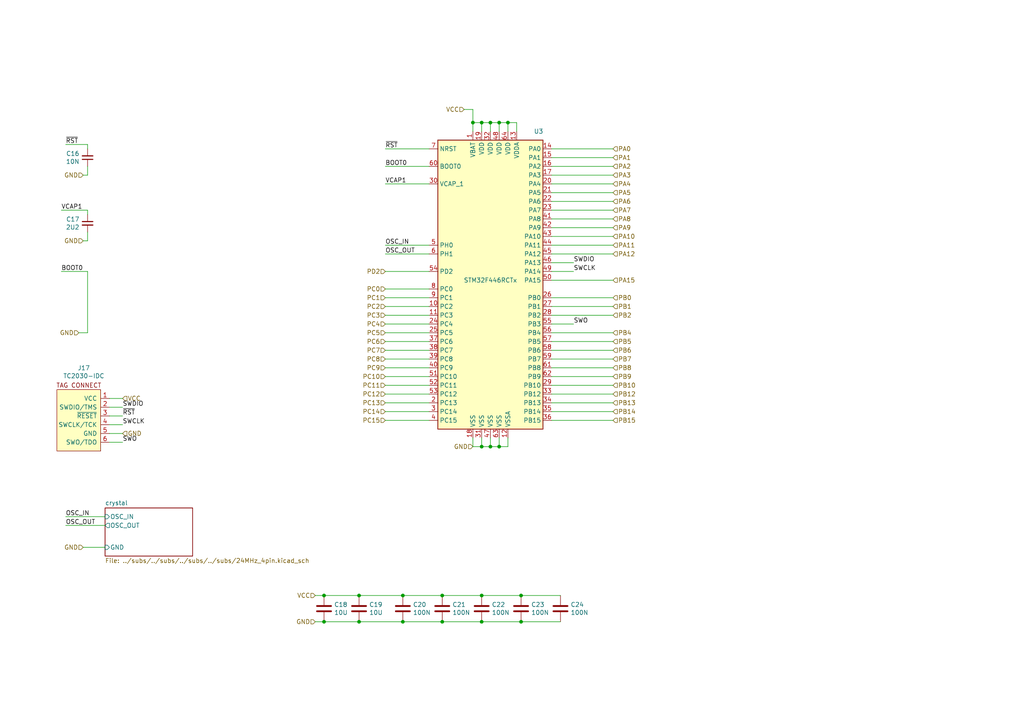
<source format=kicad_sch>
(kicad_sch (version 20211123) (generator eeschema)
  (paper "A4")
  (lib_symbols
    (symbol "Device:C" (pin_numbers hide) (pin_names (offset 0.254))
      (property "Reference" "C" (at 0.635 2.54 0))
      (property "Value" "C" (at 0.635 -2.54 0))
      (symbol "C_0_1"
        (polyline (pts (xy -2.032 -0.762) (xy 2.032 -0.762)) (stroke (width 0.508)))
        (polyline (pts (xy -2.032 0.762) (xy 2.032 0.762)) (stroke (width 0.508)))
      )
      (symbol "C_1_1"
        (pin passive line (at 0 3.81 270) (length 2.794) (name "~") (number "1"))
        (pin passive line (at 0 -3.81 90) (length 2.794) (name "~") (number "2"))
      )
    )
    (symbol "Device:C_Small" (pin_numbers hide) (pin_names (offset 0.254) hide)
      (property "Reference" "C" (at 0.254 1.778 0))
      (property "Value" "C_Small" (at 0.254 -2.032 0))
      (symbol "C_Small_0_1"
        (polyline (pts (xy -1.524 -0.508) (xy 1.524 -0.508)) (stroke (width 0.3302)))
        (polyline (pts (xy -1.524 0.508) (xy 1.524 0.508)) (stroke (width 0.3048)))
      )
      (symbol "C_Small_1_1"
        (pin passive line (at 0 2.54 270) (length 2.032) (name "~") (number "1"))
        (pin passive line (at 0 -2.54 90) (length 2.032) (name "~") (number "2"))
      )
    )
    (symbol "william_connectors:TC2030-IDC" (pin_names (offset 1.016))
      (property "Reference" "J" (at 10.16 -8.89 0))
      (property "Value" "TC2030-IDC" (at 1.27 -10.16 0))
      (symbol "TC2030-IDC_0_0"
        (text "TAG CONNECT" (at 1.27 10.16 0) (effects (font (size 1.27 1.27))))
      )
      (symbol "TC2030-IDC_0_1"
        (rectangle (start -5.08 -8.89) (end 7.62 8.89) (fill (type background)))
      )
      (symbol "TC2030-IDC_1_1"
        (pin power_in line (at -7.62 6.35 0) (length 2.54) (name "VCC") (number "1"))
        (pin bidirectional line (at -7.62 3.81 0) (length 2.54) (name "SWDIO/TMS") (number "2"))
        (pin output line (at -7.62 1.27 0) (length 2.54) (name "~{RESET}") (number "3"))
        (pin output line (at -7.62 -1.27 0) (length 2.54) (name "SWCLK/TCK") (number "4"))
        (pin power_in line (at -7.62 -3.81 0) (length 2.54) (name "GND") (number "5"))
        (pin input line (at -7.62 -6.35 0) (length 2.54) (name "SWO/TDO") (number "6"))
      )
    )
    (symbol "william_microcontrollers:STM32F446RCTx"
      (property "Reference" "U" (at -15.24 41.91 0))
      (property "Value" "STM32F446RCTx" (at 10.16 41.91 0))
      (symbol "STM32F446RCTx_0_1"
        (rectangle (start -15.24 -43.18) (end 15.24 40.64) (stroke (width 0.254)) (fill (type background)))
      )
      (symbol "STM32F446RCTx_1_1"
        (pin power_in line (at -5.08 43.18 270) (length 2.54) (name "VBAT") (number "1"))
        (pin tri_state line (at -17.78 -7.62 0) (length 2.54) (name "PC2") (number "10"))
        (pin tri_state line (at -17.78 -10.16 0) (length 2.54) (name "PC3") (number "11"))
        (pin power_in line (at 5.08 -45.72 90) (length 2.54) (name "VSSA") (number "12"))
        (pin power_in line (at 7.62 43.18 270) (length 2.54) (name "VDDA") (number "13"))
        (pin tri_state line (at 17.78 38.1 180) (length 2.54) (name "PA0") (number "14"))
        (pin tri_state line (at 17.78 35.56 180) (length 2.54) (name "PA1") (number "15"))
        (pin tri_state line (at 17.78 33.02 180) (length 2.54) (name "PA2") (number "16"))
        (pin tri_state line (at 17.78 30.48 180) (length 2.54) (name "PA3") (number "17"))
        (pin power_in line (at -5.08 -45.72 90) (length 2.54) (name "VSS") (number "18"))
        (pin power_in line (at -2.54 43.18 270) (length 2.54) (name "VDD") (number "19"))
        (pin tri_state line (at -17.78 -35.56 0) (length 2.54) (name "PC13") (number "2"))
        (pin tri_state line (at 17.78 27.94 180) (length 2.54) (name "PA4") (number "20"))
        (pin tri_state line (at 17.78 25.4 180) (length 2.54) (name "PA5") (number "21"))
        (pin tri_state line (at 17.78 22.86 180) (length 2.54) (name "PA6") (number "22"))
        (pin tri_state line (at 17.78 20.32 180) (length 2.54) (name "PA7") (number "23"))
        (pin tri_state line (at -17.78 -12.7 0) (length 2.54) (name "PC4") (number "24"))
        (pin tri_state line (at -17.78 -15.24 0) (length 2.54) (name "PC5") (number "25"))
        (pin tri_state line (at 17.78 -5.08 180) (length 2.54) (name "PB0") (number "26"))
        (pin tri_state line (at 17.78 -7.62 180) (length 2.54) (name "PB1") (number "27"))
        (pin tri_state line (at 17.78 -10.16 180) (length 2.54) (name "PB2") (number "28"))
        (pin tri_state line (at 17.78 -30.48 180) (length 2.54) (name "PB10") (number "29"))
        (pin tri_state line (at -17.78 -38.1 0) (length 2.54) (name "PC14") (number "3"))
        (pin power_out line (at -17.78 27.94 0) (length 2.54) (name "VCAP_1") (number "30"))
        (pin power_in line (at -2.54 -45.72 90) (length 2.54) (name "VSS") (number "31"))
        (pin power_in line (at 0 43.18 270) (length 2.54) (name "VDD") (number "32"))
        (pin tri_state line (at 17.78 -33.02 180) (length 2.54) (name "PB12") (number "33"))
        (pin tri_state line (at 17.78 -35.56 180) (length 2.54) (name "PB13") (number "34"))
        (pin tri_state line (at 17.78 -38.1 180) (length 2.54) (name "PB14") (number "35"))
        (pin tri_state line (at 17.78 -40.64 180) (length 2.54) (name "PB15") (number "36"))
        (pin tri_state line (at -17.78 -17.78 0) (length 2.54) (name "PC6") (number "37"))
        (pin tri_state line (at -17.78 -20.32 0) (length 2.54) (name "PC7") (number "38"))
        (pin tri_state line (at -17.78 -22.86 0) (length 2.54) (name "PC8") (number "39"))
        (pin tri_state line (at -17.78 -40.64 0) (length 2.54) (name "PC15") (number "4"))
        (pin tri_state line (at -17.78 -25.4 0) (length 2.54) (name "PC9") (number "40"))
        (pin tri_state line (at 17.78 17.78 180) (length 2.54) (name "PA8") (number "41"))
        (pin tri_state line (at 17.78 15.24 180) (length 2.54) (name "PA9") (number "42"))
        (pin tri_state line (at 17.78 12.7 180) (length 2.54) (name "PA10") (number "43"))
        (pin tri_state line (at 17.78 10.16 180) (length 2.54) (name "PA11") (number "44"))
        (pin tri_state line (at 17.78 7.62 180) (length 2.54) (name "PA12") (number "45"))
        (pin tri_state line (at 17.78 5.08 180) (length 2.54) (name "PA13") (number "46"))
        (pin power_in line (at 0 -45.72 90) (length 2.54) (name "VSS") (number "47"))
        (pin power_in line (at 2.54 43.18 270) (length 2.54) (name "VDD") (number "48"))
        (pin tri_state line (at 17.78 2.54 180) (length 2.54) (name "PA14") (number "49"))
        (pin tri_state line (at -17.78 10.16 0) (length 2.54) (name "PH0") (number "5"))
        (pin tri_state line (at 17.78 0 180) (length 2.54) (name "PA15") (number "50"))
        (pin tri_state line (at -17.78 -27.94 0) (length 2.54) (name "PC10") (number "51"))
        (pin tri_state line (at -17.78 -30.48 0) (length 2.54) (name "PC11") (number "52"))
        (pin tri_state line (at -17.78 -33.02 0) (length 2.54) (name "PC12") (number "53"))
        (pin tri_state line (at -17.78 2.54 0) (length 2.54) (name "PD2") (number "54"))
        (pin tri_state line (at 17.78 -12.7 180) (length 2.54) (name "PB3") (number "55"))
        (pin tri_state line (at 17.78 -15.24 180) (length 2.54) (name "PB4") (number "56"))
        (pin tri_state line (at 17.78 -17.78 180) (length 2.54) (name "PB5") (number "57"))
        (pin tri_state line (at 17.78 -20.32 180) (length 2.54) (name "PB6") (number "58"))
        (pin tri_state line (at 17.78 -22.86 180) (length 2.54) (name "PB7") (number "59"))
        (pin tri_state line (at -17.78 7.62 0) (length 2.54) (name "PH1") (number "6"))
        (pin input line (at -17.78 33.02 0) (length 2.54) (name "BOOT0") (number "60"))
        (pin passive line (at 17.78 -25.4 180) (length 2.54) (name "PB8") (number "61"))
        (pin tri_state line (at 17.78 -27.94 180) (length 2.54) (name "PB9") (number "62"))
        (pin power_in line (at 2.54 -45.72 90) (length 2.54) (name "VSS") (number "63"))
        (pin power_in line (at 5.08 43.18 270) (length 2.54) (name "VDD") (number "64"))
        (pin input line (at -17.78 38.1 0) (length 2.54) (name "NRST") (number "7"))
        (pin tri_state line (at -17.78 -2.54 0) (length 2.54) (name "PC0") (number "8"))
        (pin tri_state line (at -17.78 -5.08 0) (length 2.54) (name "PC1") (number "9"))
      )
    )
  )
  (junction (at 151.13 180.34))
  (junction (at 147.32 35.56))
  (junction (at 139.7 172.72))
  (junction (at 139.7 180.34))
  (junction (at 144.78 129.54))
  (junction (at 137.16 35.56))
  (junction (at 104.14 172.72))
  (junction (at 128.27 180.34))
  (junction (at 151.13 172.72))
  (junction (at 139.7 35.56))
  (junction (at 142.24 129.54))
  (junction (at 116.84 172.72))
  (junction (at 93.98 180.34))
  (junction (at 144.78 35.56))
  (junction (at 116.84 180.34))
  (junction (at 139.7 129.54))
  (junction (at 128.27 172.72))
  (junction (at 142.24 35.56))
  (junction (at 93.98 172.72))
  (junction (at 104.14 180.34))
  (wire (pts (xy 160.02 101.6) (xy 177.8 101.6)))
  (wire (pts (xy 139.7 180.34) (xy 151.13 180.34)))
  (wire (pts (xy 142.24 35.56) (xy 142.24 38.1)))
  (wire (pts (xy 91.44 172.72) (xy 93.98 172.72)))
  (wire (pts (xy 93.98 180.34) (xy 104.14 180.34)))
  (wire (pts (xy 24.13 50.8) (xy 25.4 50.8)))
  (wire (pts (xy 160.02 43.18) (xy 177.8 43.18)))
  (wire (pts (xy 24.13 158.75) (xy 30.48 158.75)))
  (wire (pts (xy 25.4 67.31) (xy 25.4 69.85)))
  (wire (pts (xy 160.02 121.92) (xy 177.8 121.92)))
  (wire (pts (xy 111.76 43.18) (xy 124.46 43.18)))
  (wire (pts (xy 160.02 58.42) (xy 177.8 58.42)))
  (wire (pts (xy 139.7 35.56) (xy 142.24 35.56)))
  (wire (pts (xy 144.78 35.56) (xy 144.78 38.1)))
  (wire (pts (xy 22.86 96.52) (xy 25.4 96.52)))
  (wire (pts (xy 147.32 35.56) (xy 147.32 38.1)))
  (wire (pts (xy 137.16 31.75) (xy 137.16 35.56)))
  (wire (pts (xy 111.76 106.68) (xy 124.46 106.68)))
  (wire (pts (xy 116.84 172.72) (xy 128.27 172.72)))
  (wire (pts (xy 93.98 172.72) (xy 104.14 172.72)))
  (wire (pts (xy 17.78 78.74) (xy 25.4 78.74)))
  (wire (pts (xy 144.78 129.54) (xy 147.32 129.54)))
  (wire (pts (xy 104.14 172.72) (xy 116.84 172.72)))
  (wire (pts (xy 124.46 88.9) (xy 111.76 88.9)))
  (wire (pts (xy 35.56 115.57) (xy 31.75 115.57)))
  (wire (pts (xy 111.76 109.22) (xy 124.46 109.22)))
  (wire (pts (xy 31.75 120.65) (xy 35.56 120.65)))
  (wire (pts (xy 116.84 180.34) (xy 128.27 180.34)))
  (wire (pts (xy 160.02 68.58) (xy 177.8 68.58)))
  (wire (pts (xy 139.7 172.72) (xy 151.13 172.72)))
  (wire (pts (xy 160.02 50.8) (xy 177.8 50.8)))
  (wire (pts (xy 124.46 96.52) (xy 111.76 96.52)))
  (wire (pts (xy 166.37 76.2) (xy 160.02 76.2)))
  (wire (pts (xy 151.13 172.72) (xy 162.56 172.72)))
  (wire (pts (xy 139.7 129.54) (xy 142.24 129.54)))
  (wire (pts (xy 111.76 86.36) (xy 124.46 86.36)))
  (wire (pts (xy 25.4 41.91) (xy 25.4 43.18)))
  (wire (pts (xy 144.78 35.56) (xy 147.32 35.56)))
  (wire (pts (xy 160.02 45.72) (xy 177.8 45.72)))
  (wire (pts (xy 160.02 86.36) (xy 177.8 86.36)))
  (wire (pts (xy 104.14 180.34) (xy 116.84 180.34)))
  (wire (pts (xy 160.02 73.66) (xy 177.8 73.66)))
  (wire (pts (xy 111.76 71.12) (xy 124.46 71.12)))
  (wire (pts (xy 111.76 93.98) (xy 124.46 93.98)))
  (wire (pts (xy 166.37 78.74) (xy 160.02 78.74)))
  (wire (pts (xy 111.76 53.34) (xy 124.46 53.34)))
  (wire (pts (xy 124.46 114.3) (xy 111.76 114.3)))
  (wire (pts (xy 177.8 81.28) (xy 160.02 81.28)))
  (wire (pts (xy 111.76 104.14) (xy 124.46 104.14)))
  (wire (pts (xy 160.02 119.38) (xy 177.8 119.38)))
  (wire (pts (xy 144.78 129.54) (xy 144.78 127)))
  (wire (pts (xy 139.7 129.54) (xy 139.7 127)))
  (wire (pts (xy 19.05 41.91) (xy 25.4 41.91)))
  (wire (pts (xy 24.13 69.85) (xy 25.4 69.85)))
  (wire (pts (xy 142.24 129.54) (xy 144.78 129.54)))
  (wire (pts (xy 35.56 128.27) (xy 31.75 128.27)))
  (wire (pts (xy 160.02 116.84) (xy 177.8 116.84)))
  (wire (pts (xy 139.7 35.56) (xy 139.7 38.1)))
  (wire (pts (xy 160.02 111.76) (xy 177.8 111.76)))
  (wire (pts (xy 25.4 50.8) (xy 25.4 48.26)))
  (wire (pts (xy 91.44 180.34) (xy 93.98 180.34)))
  (wire (pts (xy 160.02 71.12) (xy 177.8 71.12)))
  (wire (pts (xy 137.16 35.56) (xy 137.16 38.1)))
  (wire (pts (xy 111.76 116.84) (xy 124.46 116.84)))
  (wire (pts (xy 137.16 31.75) (xy 134.62 31.75)))
  (wire (pts (xy 147.32 35.56) (xy 149.86 35.56)))
  (wire (pts (xy 31.75 118.11) (xy 35.56 118.11)))
  (wire (pts (xy 111.76 119.38) (xy 124.46 119.38)))
  (wire (pts (xy 147.32 129.54) (xy 147.32 127)))
  (wire (pts (xy 142.24 129.54) (xy 142.24 127)))
  (wire (pts (xy 177.8 106.68) (xy 160.02 106.68)))
  (wire (pts (xy 137.16 127) (xy 137.16 129.54)))
  (wire (pts (xy 124.46 73.66) (xy 111.76 73.66)))
  (wire (pts (xy 177.8 114.3) (xy 160.02 114.3)))
  (wire (pts (xy 160.02 66.04) (xy 177.8 66.04)))
  (wire (pts (xy 35.56 123.19) (xy 31.75 123.19)))
  (wire (pts (xy 111.76 83.82) (xy 124.46 83.82)))
  (wire (pts (xy 177.8 109.22) (xy 160.02 109.22)))
  (wire (pts (xy 111.76 99.06) (xy 124.46 99.06)))
  (wire (pts (xy 160.02 63.5) (xy 177.8 63.5)))
  (wire (pts (xy 25.4 60.96) (xy 17.78 60.96)))
  (wire (pts (xy 19.05 152.4) (xy 30.48 152.4)))
  (wire (pts (xy 142.24 35.56) (xy 144.78 35.56)))
  (wire (pts (xy 19.05 149.86) (xy 30.48 149.86)))
  (wire (pts (xy 149.86 35.56) (xy 149.86 38.1)))
  (wire (pts (xy 25.4 62.23) (xy 25.4 60.96)))
  (wire (pts (xy 111.76 111.76) (xy 124.46 111.76)))
  (wire (pts (xy 151.13 180.34) (xy 162.56 180.34)))
  (wire (pts (xy 160.02 91.44) (xy 177.8 91.44)))
  (wire (pts (xy 111.76 48.26) (xy 124.46 48.26)))
  (wire (pts (xy 177.8 96.52) (xy 160.02 96.52)))
  (wire (pts (xy 111.76 101.6) (xy 124.46 101.6)))
  (wire (pts (xy 160.02 48.26) (xy 177.8 48.26)))
  (wire (pts (xy 166.37 93.98) (xy 160.02 93.98)))
  (wire (pts (xy 160.02 53.34) (xy 177.8 53.34)))
  (wire (pts (xy 111.76 78.74) (xy 124.46 78.74)))
  (wire (pts (xy 139.7 35.56) (xy 137.16 35.56)))
  (wire (pts (xy 124.46 121.92) (xy 111.76 121.92)))
  (wire (pts (xy 111.76 91.44) (xy 124.46 91.44)))
  (wire (pts (xy 160.02 60.96) (xy 177.8 60.96)))
  (wire (pts (xy 160.02 99.06) (xy 177.8 99.06)))
  (wire (pts (xy 160.02 88.9) (xy 177.8 88.9)))
  (wire (pts (xy 128.27 172.72) (xy 139.7 172.72)))
  (wire (pts (xy 160.02 55.88) (xy 177.8 55.88)))
  (wire (pts (xy 25.4 78.74) (xy 25.4 96.52)))
  (wire (pts (xy 31.75 125.73) (xy 35.56 125.73)))
  (wire (pts (xy 137.16 129.54) (xy 139.7 129.54)))
  (wire (pts (xy 160.02 104.14) (xy 177.8 104.14)))
  (wire (pts (xy 128.27 180.34) (xy 139.7 180.34)))
  (label "SWDIO" (at 166.37 76.2 0))
  (label "~{RST}" (at 35.56 120.65 0))
  (label "BOOT0" (at 17.78 78.74 0))
  (label "SWCLK" (at 35.56 123.19 0))
  (label "OSC_IN" (at 19.05 149.86 0))
  (label "~{RST}" (at 19.05 41.91 0))
  (label "SWO" (at 166.37 93.98 0))
  (label "SWDIO" (at 35.56 118.11 0))
  (label "SWCLK" (at 166.37 78.74 0))
  (label "OSC_IN" (at 111.76 71.12 0))
  (label "~{RST}" (at 111.76 43.18 0))
  (label "VCAP1" (at 17.78 60.96 0))
  (label "SWO" (at 35.56 128.27 0))
  (label "OSC_OUT" (at 111.76 73.66 0))
  (label "OSC_OUT" (at 19.05 152.4 0))
  (label "VCAP1" (at 111.76 53.34 0))
  (label "BOOT0" (at 111.76 48.26 0))
  (hierarchical_label "GND" (shape input) (at 24.13 158.75 180))
  (hierarchical_label "PA6" (shape input) (at 177.8 58.42 0))
  (hierarchical_label "PB15" (shape input) (at 177.8 121.92 0))
  (hierarchical_label "PC5" (shape input) (at 111.76 96.52 180))
  (hierarchical_label "PA5" (shape input) (at 177.8 55.88 0))
  (hierarchical_label "PB9" (shape input) (at 177.8 109.22 0))
  (hierarchical_label "PC2" (shape input) (at 111.76 88.9 180))
  (hierarchical_label "PB4" (shape input) (at 177.8 96.52 0))
  (hierarchical_label "PA9" (shape input) (at 177.8 66.04 0))
  (hierarchical_label "PC15" (shape input) (at 111.76 121.92 180))
  (hierarchical_label "PB0" (shape input) (at 177.8 86.36 0))
  (hierarchical_label "PC7" (shape input) (at 111.76 101.6 180))
  (hierarchical_label "GND" (shape input) (at 24.13 69.85 180))
  (hierarchical_label "PB2" (shape input) (at 177.8 91.44 0))
  (hierarchical_label "VCC" (shape input) (at 134.62 31.75 180))
  (hierarchical_label "PC13" (shape input) (at 111.76 116.84 180))
  (hierarchical_label "PC0" (shape input) (at 111.76 83.82 180))
  (hierarchical_label "GND" (shape input) (at 91.44 180.34 180))
  (hierarchical_label "PA4" (shape input) (at 177.8 53.34 0))
  (hierarchical_label "PD2" (shape input) (at 111.76 78.74 180))
  (hierarchical_label "PB6" (shape input) (at 177.8 101.6 0))
  (hierarchical_label "GND" (shape input) (at 137.16 129.54 180))
  (hierarchical_label "PC12" (shape input) (at 111.76 114.3 180))
  (hierarchical_label "GND" (shape input) (at 35.56 125.73 0))
  (hierarchical_label "PA7" (shape input) (at 177.8 60.96 0))
  (hierarchical_label "VCC" (shape input) (at 35.56 115.57 0))
  (hierarchical_label "PA15" (shape input) (at 177.8 81.28 0))
  (hierarchical_label "VCC" (shape input) (at 91.44 172.72 180))
  (hierarchical_label "PC3" (shape input) (at 111.76 91.44 180))
  (hierarchical_label "PC8" (shape input) (at 111.76 104.14 180))
  (hierarchical_label "PA3" (shape input) (at 177.8 50.8 0))
  (hierarchical_label "PA8" (shape input) (at 177.8 63.5 0))
  (hierarchical_label "PC1" (shape input) (at 111.76 86.36 180))
  (hierarchical_label "PC10" (shape input) (at 111.76 109.22 180))
  (hierarchical_label "PB10" (shape input) (at 177.8 111.76 0))
  (hierarchical_label "PC9" (shape input) (at 111.76 106.68 180))
  (hierarchical_label "PB13" (shape input) (at 177.8 116.84 0))
  (hierarchical_label "PC14" (shape input) (at 111.76 119.38 180))
  (hierarchical_label "PB8" (shape input) (at 177.8 106.68 0))
  (hierarchical_label "PB5" (shape input) (at 177.8 99.06 0))
  (hierarchical_label "PB7" (shape input) (at 177.8 104.14 0))
  (hierarchical_label "PC4" (shape input) (at 111.76 93.98 180))
  (hierarchical_label "PA2" (shape input) (at 177.8 48.26 0))
  (hierarchical_label "GND" (shape input) (at 24.13 50.8 180))
  (hierarchical_label "PC11" (shape input) (at 111.76 111.76 180))
  (hierarchical_label "PA1" (shape input) (at 177.8 45.72 0))
  (hierarchical_label "PA0" (shape input) (at 177.8 43.18 0))
  (hierarchical_label "PA11" (shape input) (at 177.8 71.12 0))
  (hierarchical_label "PC6" (shape input) (at 111.76 99.06 180))
  (hierarchical_label "PB14" (shape input) (at 177.8 119.38 0))
  (hierarchical_label "PB1" (shape input) (at 177.8 88.9 0))
  (hierarchical_label "GND" (shape input) (at 22.86 96.52 180))
  (hierarchical_label "PB12" (shape input) (at 177.8 114.3 0))
  (hierarchical_label "PA10" (shape input) (at 177.8 68.58 0))
  (hierarchical_label "PA12" (shape input) (at 177.8 73.66 0))
  (symbol (lib_id "Device:C_Small") (at 25.4 64.77 0) (mirror y) (unit 1)
    (property "Reference" "C17" (at 23.0632 63.6016 0) (effects (justify left)))
    (property "Value" "2U2" (at 23.0632 65.913 0) (effects (justify left)))
    (property "Footprint" "Capacitor_SMD:C_0805_2012Metric" (effects hide))
  )
  (symbol (lib_id "Device:C") (at 104.14 176.53 0) (unit 1)
    (property "Reference" "C19" (at 107.061 175.3616 0) (effects (justify left)))
    (property "Value" "10U" (at 107.061 177.673 0) (effects (justify left)))
    (property "Footprint" "Capacitor_SMD:C_0805_2012Metric" (effects hide))
  )
  (symbol (lib_id "Device:C") (at 116.84 176.53 0) (unit 1)
    (property "Reference" "C20" (at 119.761 175.3616 0) (effects (justify left)))
    (property "Value" "100N" (at 119.761 177.673 0) (effects (justify left)))
    (property "Footprint" "Capacitor_SMD:C_0603_1608Metric" (effects hide))
  )
  (symbol (lib_id "Device:C") (at 93.98 176.53 0) (unit 1)
    (property "Reference" "C18" (at 96.901 175.3616 0) (effects (justify left)))
    (property "Value" "10U" (at 96.901 177.673 0) (effects (justify left)))
    (property "Footprint" "Capacitor_SMD:C_0805_2012Metric" (effects hide))
  )
  (symbol (lib_id "Device:C_Small") (at 25.4 45.72 0) (mirror x) (unit 1)
    (property "Reference" "C16" (at 23.0632 44.5516 0) (effects (justify right)))
    (property "Value" "10N" (at 23.0632 46.863 0) (effects (justify right)))
    (property "Footprint" "Capacitor_SMD:C_0603_1608Metric" (effects hide))
  )
  (symbol (lib_id "Device:C") (at 128.27 176.53 0) (unit 1)
    (property "Reference" "C21" (at 131.191 175.3616 0) (effects (justify left)))
    (property "Value" "100N" (at 131.191 177.673 0) (effects (justify left)))
    (property "Footprint" "Capacitor_SMD:C_0603_1608Metric" (effects hide))
  )
  (symbol (lib_id "Device:C") (at 139.7 176.53 0) (unit 1)
    (property "Reference" "C22" (at 142.621 175.3616 0) (effects (justify left)))
    (property "Value" "100N" (at 142.621 177.673 0) (effects (justify left)))
    (property "Footprint" "Capacitor_SMD:C_0603_1608Metric" (effects hide))
  )
  (symbol (lib_id "Device:C") (at 151.13 176.53 0) (unit 1)
    (property "Reference" "C23" (at 154.051 175.3616 0) (effects (justify left)))
    (property "Value" "100N" (at 154.051 177.673 0) (effects (justify left)))
    (property "Footprint" "Capacitor_SMD:C_0603_1608Metric" (effects hide))
  )
  (symbol (lib_id "Device:C") (at 162.56 176.53 0) (unit 1)
    (property "Reference" "C24" (at 165.481 175.3616 0) (effects (justify left)))
    (property "Value" "100N" (at 165.481 177.673 0) (effects (justify left)))
    (property "Footprint" "Capacitor_SMD:C_0603_1608Metric" (effects hide))
  )
  (symbol (lib_id "william_connectors:TC2030-IDC") (at 24.13 121.92 0) (mirror y) (unit 1)
    (property "Reference" "J17" (at 24.3078 106.7308 0))
    (property "Value" "TC2030-IDC" (at 24.3078 109.0422 0))
    (property "Footprint" "Connector:Tag-Connect_TC2030-IDC-FP_2x03_P1.27mm_Vertical" (effects hide))
    (property "Datasheet" "http://www.tag-connect.com/Materials/TC2030-IDC.pdf" (effects hide))
  )
  (symbol (lib_id "william_microcontrollers:STM32F446RCTx") (at 142.24 81.28 0) (unit 1)
    (property "Reference" "U3" (at 156.21 38.1 0))
    (property "Value" "STM32F446RCTx" (at 142.24 81.28 0))
    (property "Footprint" "Package_QFP:LQFP-64_10x10mm_P0.5mm" (effects hide))
    (property "Datasheet" "http://www.st.com/st-web-ui/static/active/en/resource/technical/document/datasheet/DM00141306.pdf" (effects hide))
  )
  (sheet (at 30.48 147.32) (size 25.4 13.97)
    (property "Sheet name" "crystal" (at 30.48 146.6084 0) (effects (justify left bottom)))
    (property "Sheet file" "../subs/../subs/../subs/../subs/24MHz_4pin.kicad_sch" (at 30.48 161.8746 0) (effects (justify left top)))
    (pin "GND" input (at 30.48 158.75 180))
    (pin "OSC_IN" input (at 30.48 149.86 180))
    (pin "OSC_OUT" output (at 30.48 152.4 180))
  )
)
</source>
